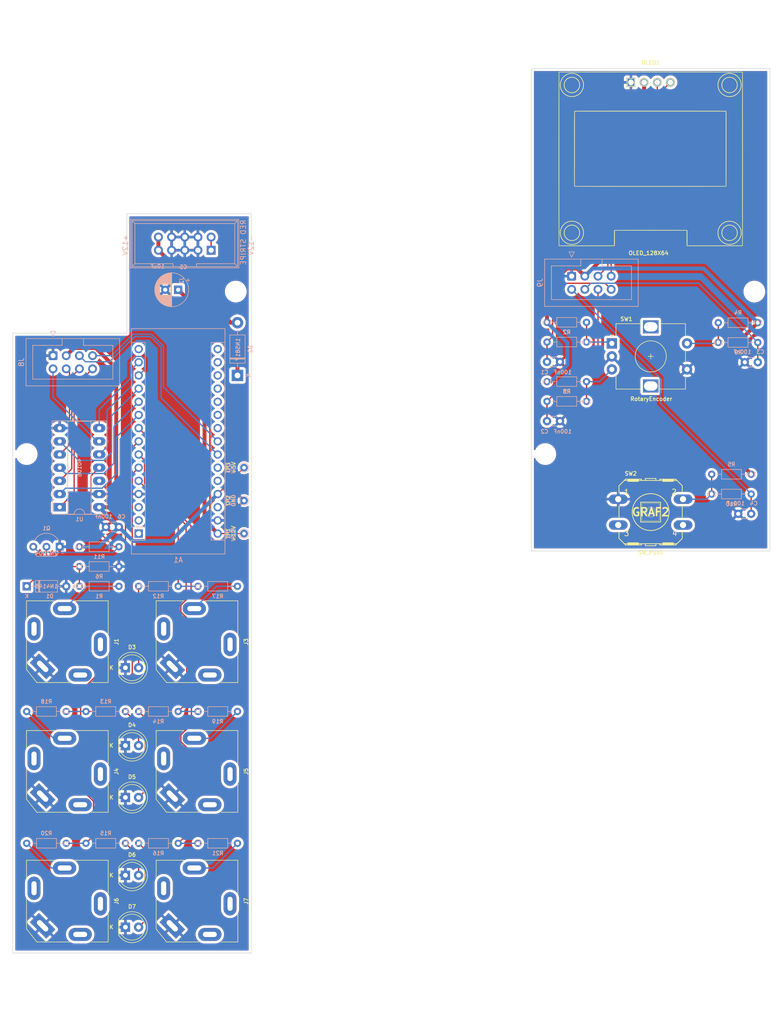
<source format=kicad_pcb>
(kicad_pcb (version 20211014) (generator pcbnew)
  (layers (0 "F.Cu" signal) (31 "B.Cu" signal) (34 "B.Paste" user) (35 "F.Paste" user) (36 "B.SilkS" user "B.Silkscreen") (37 "F.SilkS" user "F.Silkscreen") (38 "B.Mask" user) (39 "F.Mask" user) (44 "Edge.Cuts" user))
  (net 0 "")
  (net 1 "GND")
  (net 2 "+12V")
  (net 4 "/+12_IN")
  (net 7 "/CLOCK_OUT")
  (net 8 "/DIV_2")
  (net 9 "/DIV_4")
  (net 10 "/DIV_8")
  (net 11 "/DIV_N")
  (net 12 "/ENC_A")
  (net 13 "/ENC_B")
  (net 14 "/ENC_PUSH")
  (net 15 "/TACT")
  (net 16 "/CLOCK_IN")
  (net 25 "/SCA")
  (net 26 "/SCL")
  (net 29 "+5V")
  (net 31 "/CLK_IN_J")
  (net 32 "/CLK_OUT_J")
  (net 33 "/DIV_2_J")
  (net 34 "/DIV_4_J")
  (net 35 "/DIV_8_J")
  (net 36 "/DIV_N_J")
  (net 37 "Net-(Q1-Pad3)")
  (net 38 "Net-(R2-Pad2)")
  (net 39 "Net-(R3-Pad2)")
  (net 40 "Net-(R4-Pad2)")
  (net 41 "Net-(R10-Pad1)")
  (net 43 "/CLK_OUT_L")
  (net 44 "/DIV_2_L")
  (net 45 "/DIV_4_L")
  (net 46 "/DIV_8_L")
  (net 47 "/DIV_N_L")
  (net 48 "Net-(D1-Pad1)")
  (net 49 "Net-(J2-Pad1)")
  (net 50 "/ENC_A_JA")
  (net 51 "GND1")
  (net 52 "/ENC_B_JA")
  (net 53 "/ENC_PUSH_JA")
  (net 54 "/TACT_JA")
  (net 55 "/TACT_JB")
  (net 56 "/ENC_PUSH_JB")
  (net 57 "/ENC_B_JB")
  (net 58 "/ENC_A_JB")
  (net 59 "/SCL_JA")
  (net 60 "/SCA_JA")
  (net 61 "+5V_1")
  (footprint "clock:clock_panel_holes" (layer "F.Cu") (at 80 100)
    (fp_text reference "GRAF1" hide)
    (fp_text value "Holes" hide)
  )
  (footprint "ao_tht:Tactile_E-switch_TL1100F160Q" (layer "F.Cu") (at 180 100)
    (fp_text reference "SW2")
    (fp_text value "SW_Push")
  )
  (footprint "ao_tht:Jack_6.35mm_PJ_629HAN_slots" (layer "F.Cu") (at 92.5 175 -90)
    (fp_text reference "J7")
    (fp_text value "AudioJack2")
  )
  (footprint "ao_tht:MountingHole_3.2mm_M3" (layer "F.Cu") (at 200 57.5)
    (fp_text reference "H1" hide)
    (fp_text value "MountingHole")
  )
  (footprint "ao_tht:LED_D5.0mm" (layer "F.Cu") (at 78.725 145)
    (fp_text reference "D4")
    (fp_text value "LED_green")
  )
  (footprint "ao_tht:OLED_MC130GX" (layer "F.Cu") (at 176.2 17.18)
    (fp_text reference "OLED1")
    (fp_text value "OLED_128X64")
  )
  (footprint "ao_tht:LED_D5.0mm" (layer "F.Cu") (at 78.725 170)
    (fp_text reference "D6")
    (fp_text value "LED_green")
  )
  (footprint "ao_tht:LED_D5.0mm" (layer "F.Cu") (at 78.725 130)
    (fp_text reference "D3")
    (fp_text value "LED_green")
  )
  (footprint "ao_tht:Jack_6.35mm_PJ_629HAN_slots" (layer "F.Cu") (at 92.5 125 -90)
    (fp_text reference "J3")
    (fp_text value "AudioJack2")
  )
  (footprint "ao_tht:LED_D5.0mm" (layer "F.Cu") (at 78.725 155)
    (fp_text reference "D5")
    (fp_text value "LED_green")
  )
  (footprint "ao_tht:Jack_6.35mm_PJ_629HAN_slots" (layer "F.Cu") (at 67.5 150 -90)
    (fp_text reference "J4")
    (fp_text value "AudioJack2")
  )
  (footprint "clock:clock_panel_holes" (layer "F.Cu") (at 180 100)
    (fp_text reference "GRAF2")
    (fp_text value "Behind" hide)
  )
  (footprint "ao_tht:RotaryEncoder_Bourns-PEC11R-4xxxF-Sxxxx-Switch_Vertical_H20mm" (layer "F.Cu") (at 172.52 67.49)
    (fp_text reference "SW1")
    (fp_text value "RotaryEncoder")
  )
  (footprint "ao_tht:Jack_6.35mm_PJ_629HAN_slots" (layer "F.Cu") (at 67.5 175 -90)
    (fp_text reference "J6")
    (fp_text value "AudioJack2")
  )
  (footprint "ao_tht:Jack_6.35mm_PJ_629HAN_slots" (layer "F.Cu") (at 67.5 125 -90)
    (fp_text reference "J1")
    (fp_text value "AudioJack2")
  )
  (footprint "ao_tht:LED_D5.0mm" (layer "F.Cu") (at 78.725 180)
    (fp_text reference "D7")
    (fp_text value "LED_green")
  )
  (footprint "ao_tht:Jack_6.35mm_PJ_629HAN_slots" (layer "F.Cu") (at 92.5 150 -90)
    (fp_text reference "J5")
    (fp_text value "AudioJack2")
  )
  (footprint "ao_tht:MountingHole_3.2mm_M3" (layer "F.Cu") (at 159.69 88.82)
    (fp_text reference "H3" hide)
    (fp_text value "MountingHole")
  )
  (footprint "ao_tht:CP_Radial_D6.3mm_P2.50mm" (layer "B.Cu") (at 88.9 57.15 180)
    (fp_text reference "C5")
    (fp_text value "10uF")
  )
  (footprint "ao_tht:C_Disc_D3.0mm_W1.6mm_P2.50mm" (layer "B.Cu") (at 77.47 102.87 180)
    (fp_text reference "C6")
    (fp_text value "100nF")
  )
  (footprint "ao_tht:D_DO-41_SOD81_P10.16mm_Horizontal" (layer "B.Cu") (at 100.33 73.66 90)
    (fp_text reference "D2")
    (fp_text value "1N5817")
  )
  (footprint "ao_tht:Power_Header" (layer "B.Cu") (at 95.25 49.53 90)
    (fp_text reference "J2")
    (fp_text value "Synth_power_2x5")
  )
  (footprint "Module:Arduino_Nano" (layer "B.Cu") (at 81.28 104.14)
    (fp_text reference "A1")
    (fp_text value "Arduino_Nano_v3.x")
  )
  (footprint "Connector_IDC:IDC-Header_2x04_P2.54mm_Vertical" (layer "B.Cu") (at 164.77 54.53 -90)
    (fp_text reference "J9")
    (fp_text value "Conn_02x04_Odd_Even")
  )
  (footprint "ao_tht:C_Disc_D3.0mm_W1.6mm_P2.50mm" (layer "B.Cu") (at 160.02 82.47)
    (fp_text reference "C2")
    (fp_text value "100nF")
  )
  (footprint "ao_tht:R_Axial_DIN0204_L3.6mm_D1.6mm_P7.62mm_Horizontal" (layer "B.Cu") (at 92.71 163.83)
    (fp_text reference "R21")
    (fp_text value "1k")
  )
  (footprint "ao_tht:R_Axial_DIN0204_L3.6mm_D1.6mm_P7.62mm_Horizontal" (layer "B.Cu") (at 67.31 138.43 180)
    (fp_text reference "R18")
    (fp_text value "1k")
  )
  (footprint "Connector_IDC:IDC-Header_2x04_P2.54mm_Vertical" (layer "B.Cu") (at 64.77 69.85 -90)
    (fp_text reference "J8")
    (fp_text value "Conn_02x04_Odd_Even")
  )
  (footprint "ao_tht:DIP-14_W7.62mm_Socket_LongPads" (layer "B.Cu") (at 66.05 99.06)
    (fp_text reference "U1")
    (fp_text value "40106")
  )
  (footprint "ao_tht:R_Axial_DIN0204_L3.6mm_D1.6mm_P7.62mm_Horizontal" (layer "B.Cu") (at 81.28 138.43)
    (fp_text reference "R14")
    (fp_text value "RL")
  )
  (footprint "ao_tht:R_Axial_DIN0204_L3.6mm_D1.6mm_P7.62mm_Horizontal" (layer "B.Cu") (at 191.77 96.52)
    (fp_text reference "R10")
    (fp_text value "10k")
  )
  (footprint "ao_tht:R_Axial_DIN0204_L3.6mm_D1.6mm_P7.62mm_Horizontal" (layer "B.Cu") (at 199.39 92.71 180)
    (fp_text reference "R5")
    (fp_text value "10k")
  )
  (footprint "ao_tht:R_Axial_DIN0204_L3.6mm_D1.6mm_P7.62mm_Horizontal" (layer "B.Cu") (at 92.71 114.3)
    (fp_text reference "R17")
    (fp_text value "1k")
  )
  (footprint "ao_tht:R_Axial_DIN0204_L3.6mm_D1.6mm_P7.62mm_Horizontal" (layer "B.Cu") (at 160.02 63.42)
    (fp_text reference "R2")
    (fp_text value "10k")
  )
  (footprint "ao_tht:R_Axial_DIN0204_L3.6mm_D1.6mm_P7.62mm_Horizontal" (layer "B.Cu") (at 69.85 114.3)
    (fp_text reference "R1")
    (fp_text value "100k")
  )
  (footprint "ao_tht:C_Disc_D3.0mm_W1.6mm_P2.50mm" (layer "B.Cu") (at 200.66 71.12 180)
    (fp_text reference "C3")
    (fp_text value "100nF")
  )
  (footprint "ao_tht:R_Axial_DIN0204_L3.6mm_D1.6mm_P7.62mm_Horizontal" (layer "B.Cu") (at 81.28 114.3)
    (fp_text reference "R12")
    (fp_text value "RL")
  )
  (footprint "ao_tht:R_Axial_DIN0204_L3.6mm_D1.6mm_P7.62mm_Horizontal" (layer "B.Cu") (at 200.66 63.5 180)
    (fp_text reference "R4")
    (fp_text value "10k")
  )
  (footprint "ao_tht:TestPoint_THTPad_D1.5mm_Drill0.7mm" (layer "B.Cu") (at 101.6 97.79 -90)
    (fp_text reference "TP2")
    (fp_text value "GND")
  )
  (footprint "ao_tht:C_Disc_D3.0mm_W1.6mm_P2.50mm" (layer "B.Cu") (at 199.39 100.33 180)
    (fp_text reference "C4")
    (fp_text value "100nF")
  )
  (footprint "ao_tht:TO-92_Inline_Wide" (layer "B.Cu") (at 66.04 106.68 180)
    (fp_text reference "Q1")
    (fp_text value "2N3904")
  )
  (footprint "ao_tht:R_Axial_DIN0204_L3.6mm_D1.6mm_P7.62mm_Horizontal" (layer "B.Cu") (at 160.02 74.85)
    (fp_text reference "R3")
    (fp_text value "10k")
  )
  (footprint "ao_tht:R_Axial_DIN0204_L3.6mm_D1.6mm_P7.62mm_Horizontal" (layer "B.Cu") (at 167.64 67.23 180)
    (fp_text reference "R7")
    (fp_text value "10k")
  )
  (footprint "ao_tht:TestPoint_THTPad_D1.5mm_Drill0.7mm" (layer "B.Cu") (at 101.6 91.44 -90)
    (fp_text reference "TP3")
    (fp_text value "+5V")
  )
  (footprint "ao_tht:TestPoint_THTPad_D1.5mm_Drill0.7mm" (layer "B.Cu") (at 101.6 104.14 -90)
    (fp_text reference "TP1")
    (fp_text value "+12V")
  )
  (footprint "ao_tht:R_Axial_DIN0204_L3.6mm_D1.6mm_P7.62mm_Horizontal" (layer "B.Cu") (at 193.04 67.31)
    (fp_text reference "R9")
    (fp_text value "10k")
  )
  (footprint "ao_tht:R_Axial_DIN0204_L3.6mm_D1.6mm_P7.62mm_Horizontal" (layer "B.Cu") (at 67.31 163.83 180)
    (fp_text reference "R20")
    (fp_text value "1k")
  )
  (footprint "ao_tht:MountingHole_3.2mm_M3" (layer "B.Cu") (at 59.69 88.82)
    (fp_text reference "H4" hide)
    (fp_text value "MountingHole")
  )
  (footprint "ao_tht:R_Axial_DIN0204_L3.6mm_D1.6mm_P7.62mm_Horizontal" (layer "B.Cu") (at 69.85 106.68)
    (fp_text reference "R11")
    (fp_text value "10k")
  )
  (footprint "ao_tht:R_Axial_DIN0204_L3.6mm_D1.6mm_P7.62mm_Horizontal" (layer "B.Cu") (at 81.28 163.83)
    (fp_text reference "R16")
    (fp_text value "RL")
  )
  (footprint "ao_tht:R_Axial_DIN0204_L3.6mm_D1.6mm_P7.62mm_Horizontal" (layer "B.Cu") (at 78.74 163.83 180)
    (fp_text reference "R15")
    (fp_text value "RL")
  )
  (footprint "ao_tht:R_Axial_DIN0204_L3.6mm_D1.6mm_P7.62mm_Horizontal" (layer "B.Cu") (at 69.85 110.49)
    (fp_text reference "R6")
    (fp_text value "1M")
  )
  (footprint "ao_tht:D_DO-35_SOD27_P7.62mm_Horizontal" (layer "B.Cu") (at 59.69 114.3)
    (fp_text reference "D1")
    (fp_text value "1N4148")
  )
  (footprint "ao_tht:MountingHole_3.2mm_M3" (layer "B.Cu") (at 100 57.5)
    (fp_text reference "H2" hide)
    (fp_text value "MountingHole")
  )
  (footprint "ao_tht:C_Disc_D3.0mm_W1.6mm_P2.50mm" (layer "B.Cu") (at 160.02 71.04)
    (fp_text reference "C1")
    (fp_text value "100nF")
  )
  (footprint "ao_tht:R_Axial_DIN0204_L3.6mm_D1.6mm_P7.62mm_Horizontal" (layer "B.Cu") (at 92.71 138.43)
    (fp_text reference "R19")
    (fp_text value "1k")
  )
  (footprint "ao_tht:R_Axial_DIN0204_L3.6mm_D1.6mm_P7.62mm_Horizontal" (layer "B.Cu") (at 78.74 138.43 180)
    (fp_text reference "R13")
    (fp_text value "RL")
  )
  (footprint "ao_tht:R_Axial_DIN0204_L3.6mm_D1.6mm_P7.62mm_Horizontal" (layer "B.Cu") (at 167.64 78.66 180)
    (fp_text reference "R8")
    (fp_text value "10k")
  )
  (gr_line (start 57 185) (end 103 185) (layer "Edge.Cuts") (width 0.1))
  (gr_line (start 79 65.5) (end 57 65.5) (layer "Edge.Cuts") (width 0.1))
  (gr_line (start 103 185) (end 103 42.5) (layer "Edge.Cuts") (width 0.1))
  (gr_rect (start 157 14.5) (end 203 107.5) (layer "Edge.Cuts") (width 0.1) (fill none))
  (gr_line (start 103 42.5) (end 79 42.5) (layer "Edge.Cuts") (width 0.1))
  (gr_line (start 57 65.5) (end 57 185) (layer "Edge.Cuts") (width 0.1))
  (gr_line (start 79 42.5) (end 79 65.5) (layer "Edge.Cuts") (width 0.1))
  (segment (start 93.98 62.23) (end 88.9 57.15) (width 0.75) (layer "F.Cu") (net 2))
  (segment (start 101.6 104.14) (end 96.52 104.14) (width 0.25) (layer "F.Cu") (net 2))
  (segment (start 100.33 73.66) (end 100.33 68.58) (width 0.75) (layer "F.Cu") (net 2))
  (segment (start 100.33 68.58) (end 93.98 62.23) (width 0.75) (layer "F.Cu") (net 2))
  (segment (start 93.98 62.23) (end 93.98 101.6) (width 0.75) (layer "F.Cu") (net 2))
  (segment (start 93.98 101.6) (end 96.52 104.14) (width 0.75) (layer "F.Cu") (net 2))
  (segment (start 99.06 63.5) (end 85.09 49.53) (width 0.75) (layer "F.Cu") (net 4))
  (segment (start 100.33 63.5) (end 99.06 63.5) (width 0.75) (layer "F.Cu") (net 4))
  (segment (start 85.09 49.53) (end 85.09 46.99) (width 0.75) (layer "F.Cu") (net 4))
  (segment (start 88.9 101.6) (end 81.28 93.98) (width 0.25) (layer "F.Cu") (net 7))
  (segment (start 88.9 114.3) (end 88.9 101.6) (width 0.25) (layer "F.Cu") (net 7))
  (segment (start 92.71 114.3) (end 88.9 114.3) (width 0.25) (layer "B.Cu") (net 7))
  (segment (start 80.040489 92.679511) (end 80.040489 131.133533) (width 0.25) (layer "F.Cu") (net 8))
  (segment (start 81.28 91.44) (end 80.040489 92.679511) (width 0.25) (layer "F.Cu") (net 8))
  (segment (start 80.040489 131.133533) (end 72.744022 138.43) (width 0.25) (layer "F.Cu") (net 8))
  (segment (start 72.744022 138.43) (end 71.12 138.43) (width 0.25) (layer "F.Cu") (net 8))
  (segment (start 71.12 138.43) (end 67.31 138.43) (width 0.25) (layer "B.Cu") (net 8))
  (segment (start 90.424 102.488282) (end 82.404511 94.468793) (width 0.25) (layer "F.Cu") (net 9))
  (segment (start 88.526459 119.624574) (end 88.526459 117.340541) (width 0.25) (layer "F.Cu") (net 9))
  (segment (start 90.559394 121.657509) (end 88.526459 119.624574) (width 0.25) (layer "F.Cu") (net 9))
  (segment (start 82.404511 90.024511) (end 81.28 88.9) (width 0.25) (layer "F.Cu") (net 9))
  (segment (start 88.9 138.43) (end 90.559394 136.770606) (width 0.25) (layer "F.Cu") (net 9))
  (segment (start 82.404511 94.468793) (end 82.404511 90.024511) (width 0.25) (layer "F.Cu") (net 9))
  (segment (start 90.424 115.443) (end 90.424 102.488282) (width 0.25) (layer "F.Cu") (net 9))
  (segment (start 90.559394 136.770606) (end 90.559394 121.657509) (width 0.25) (layer "F.Cu") (net 9))
  (segment (start 88.526459 117.340541) (end 90.424 115.443) (width 0.25) (layer "F.Cu") (net 9))
  (segment (start 92.71 138.43) (end 88.9 138.43) (width 0.25) (layer "B.Cu") (net 9))
  (segment (start 81.28 86.36) (end 78.74 88.9) (width 0.25) (layer "F.Cu") (net 10))
  (segment (start 70.095489 153.268782) (end 72.57452 155.747813) (width 0.25) (layer "F.Cu") (net 10))
  (segment (start 78.74 88.9) (end 78.74 125.886707) (width 0.25) (layer "F.Cu") (net 10))
  (segment (start 72.57452 162.37548) (end 71.12 163.83) (width 0.25) (layer "F.Cu") (net 10))
  (segment (start 72.57452 155.747813) (end 72.57452 162.37548) (width 0.25) (layer "F.Cu") (net 10))
  (segment (start 78.74 125.886707) (end 70.095489 134.531218) (width 0.25) (layer "F.Cu") (net 10))
  (segment (start 70.095489 134.531218) (end 70.095489 153.268782) (width 0.25) (layer "F.Cu") (net 10))
  (segment (start 67.31 163.83) (end 71.12 163.83) (width 0.25) (layer "B.Cu") (net 10))
  (segment (start 91.381511 161.348489) (end 88.9 163.83) (width 0.25) (layer "F.Cu") (net 11))
  (segment (start 89.42548 144.252187) (end 91.381511 146.208218) (width 0.25) (layer "F.Cu") (net 11))
  (segment (start 89.42548 119.252187) (end 91.458416 121.285123) (width 0.25) (layer "F.Cu") (net 11))
  (segment (start 91.381511 146.208218) (end 91.381511 161.348489) (width 0.25) (layer "F.Cu") (net 11))
  (segment (start 81.28 83.82) (end 82.854022 85.394022) (width 0.25) (layer "F.Cu") (net 11))
  (segment (start 91.458415 140.914878) (end 89.42548 142.947813) (width 0.25) (layer "F.Cu") (net 11))
  (segment (start 82.854022 85.394022) (end 82.854022 94.157022) (width 0.25) (layer "F.Cu") (net 11))
  (segment (start 89.42548 142.947813) (end 89.42548 144.252187) (width 0.25) (layer "F.Cu") (net 11))
  (segment (start 91.38151 115.991783) (end 89.42548 117.947813) (width 0.25) (layer "F.Cu") (net 11))
  (segment (start 89.42548 117.947813) (end 89.42548 119.252187) (width 0.25) (layer "F.Cu") (net 11))
  (segment (start 91.458416 121.285123) (end 91.458415 140.914878) (width 0.25) (layer "F.Cu") (net 11))
  (segment (start 91.38151 102.68451) (end 91.38151 115.991783) (width 0.25) (layer "F.Cu") (net 11))
  (segment (start 82.854022 94.157022) (end 91.38151 102.68451) (width 0.25) (layer "F.Cu") (net 11))
  (segment (start 92.71 163.83) (end 88.9 163.83) (width 0.25) (layer "B.Cu") (net 11))
  (segment (start 74.244831 95.39548) (end 67.17452 95.39548) (width 0.25) (layer "B.Cu") (net 12))
  (segment (start 81.28 81.28) (end 76.962 85.598) (width 0.25) (layer "B.Cu") (net 12))
  (segment (start 67.17452 95.39548) (end 66.05 96.52) (width 0.25) (layer "B.Cu") (net 12))
  (segment (start 76.962 85.598) (end 76.962 92.678311) (width 0.25) (layer "B.Cu") (net 12))
  (segment (start 76.962 92.678311) (end 74.244831 95.39548) (width 0.25) (layer "B.Cu") (net 12))
  (segment (start 67.17452 92.56452) (end 66.05 91.44) (width 0.25) (layer "B.Cu") (net 13))
  (segment (start 81.28 78.74) (end 76.512489 83.507511) (width 0.25) (layer "B.Cu") (net 13))
  (segment (start 74.535791 92.56452) (end 67.17452 92.56452) (width 0.25) (layer "B.Cu") (net 13))
  (segment (start 76.512489 90.587822) (end 74.535791 92.56452) (width 0.25) (layer "B.Cu") (net 13))
  (segment (start 76.512489 83.507511) (end 76.512489 90.587822) (width 0.25) (layer "B.Cu") (net 13))
  (segment (start 69.71452 90.02452) (end 66.05 86.36) (width 0.25) (layer "B.Cu") (net 14))
  (segment (start 81.28 76.2) (end 76.062978 81.417022) (width 0.25) (layer "B.Cu") (net 14))
  (segment (start 74.535791 90.02452) (end 69.71452 90.02452) (width 0.25) (layer "B.Cu") (net 14))
  (segment (start 76.062978 88.497333) (end 74.535791 90.02452) (width 0.25) (layer "B.Cu") (net 14))
  (segment (start 76.062978 81.417022) (end 76.062978 88.497333) (width 0.25) (layer "B.Cu") (net 14))
  (segment (start 79.705969 74.218031) (end 73.67 80.254) (width 0.25) (layer "B.Cu") (net 15))
  (segment (start 81.28 73.66) (end 82.404511 72.535489) (width 0.25) (layer "B.Cu") (net 15))
  (segment (start 73.67 80.254) (end 73.67 83.82) (width 0.25) (layer "B.Cu") (net 15))
  (segment (start 79.705969 71.103731) (end 79.705969 74.218031) (width 0.25) (layer "B.Cu") (net 15))
  (segment (start 82.404511 72.535489) (end 82.404511 70.593511) (width 0.25) (layer "B.Cu") (net 15))
  (segment (start 80.814211 69.995489) (end 79.705969 71.103731) (width 0.25) (layer "B.Cu") (net 15))
  (segment (start 82.404511 70.593511) (end 81.806489 69.995489) (width 0.25) (layer "B.Cu") (net 15))
  (segment (start 81.806489 69.995489) (end 80.814211 69.995489) (width 0.25) (layer "B.Cu") (net 15))
  (segment (start 75.19452 80.38048) (end 75.19452 87.37548) (width 0.25) (layer "B.Cu") (net 16))
  (segment (start 81.28 71.12) (end 80.155489 72.244511) (width 0.25) (layer "B.Cu") (net 16))
  (segment (start 80.155489 72.244511) (end 80.155489 75.419511) (width 0.25) (layer "B.Cu") (net 16))
  (segment (start 80.155489 75.419511) (end 75.19452 80.38048) (width 0.25) (layer "B.Cu") (net 16))
  (segment (start 75.19452 87.37548) (end 73.67 88.9) (width 0.25) (layer "B.Cu") (net 16))
  (segment (start 86.047511 75.887511) (end 86.04751 68.012806) (width 0.25) (layer "B.Cu") (net 25))
  (segment (start 96.52 86.36) (end 86.047511 75.887511) (width 0.25) (layer "B.Cu") (net 25))
  (segment (start 83.752193 65.717489) (end 80.205511 65.717489) (width 0.25) (layer "B.Cu") (net 25))
  (segment (start 86.04751 68.012806) (end 83.752193 65.717489) (width 0.25) (layer "B.Cu") (net 25))
  (segment (start 80.205511 65.717489) (end 76.073 69.85) (width 0.25) (layer "B.Cu") (net 25))
  (segment (start 76.073 69.85) (end 72.39 69.85) (width 0.25) (layer "B.Cu") (net 25))
  (segment (start 69.85 69.85) (end 71.024511 71.024511) (width 0.25) (layer "B.Cu") (net 26))
  (segment (start 75.660489 71.024511) (end 80.518 66.167) (width 0.25) (layer "B.Cu") (net 26))
  (segment (start 83.566 66.167) (end 85.598 68.199) (width 0.25) (layer "B.Cu") (net 26))
  (segment (start 85.598 68.199) (end 85.598 77.978) (width 0.25) (layer "B.Cu") (net 26))
  (segment (start 80.518 66.167) (end 83.566 66.167) (width 0.25) (layer "B.Cu") (net 26))
  (segment (start 85.598 77.978) (end 96.52 88.9) (width 0.25) (layer "B.Cu") (net 26))
  (segment (start 71.024511 71.024511) (end 75.660489 71.024511) (width 0.25) (layer "B.Cu") (net 26))
  (segment (start 76.962 72.336725) (end 73.000764 68.375489) (width 0.75) (layer "F.Cu") (net 29))
  (segment (start 73.000764 68.375489) (end 68.784511 68.375489) (width 0.75) (layer "F.Cu") (net 29))
  (segment (start 73.67 99.06) (end 75.565 99.06) (width 0.75) (layer "F.Cu") (net 29))
  (segment (start 76.962 97.663) (end 76.962 72.336725) (width 0.75) (layer "F.Cu") (net 29))
  (segment (start 75.565 99.06) (end 76.962 97.663) (width 0.75) (layer "F.Cu") (net 29))
  (segment (start 68.784511 68.375489) (end 67.31 69.85) (width 0.75) (layer "F.Cu") (net 29))
  (segment (start 101.6 91.44) (end 96.52 96.52) (width 0.25) (layer "F.Cu") (net 29))
  (segment (start 80.164511 105.564511) (end 87.475489 105.564511) (width 0.75) (layer "B.Cu") (net 29))
  (segment (start 77.47 102.87) (end 73.66 106.68) (width 0.75) (layer "B.Cu") (net 29))
  (segment (start 73.66 106.68) (end 69.85 106.68) (width 0.75) (layer "B.Cu") (net 29))
  (segment (start 77.47 102.87) (end 77.47 102.86) (width 0.75) (layer "B.Cu") (net 29))
  (segment (start 77.47 102.86) (end 73.67 99.06) (width 0.75) (layer "B.Cu") (net 29))
  (segment (start 87.475489 105.564511) (end 96.52 96.52) (width 0.75) (layer "B.Cu") (net 29))
  (segment (start 77.47 102.87) (end 80.164511 105.564511) (width 0.75) (layer "B.Cu") (net 29))
  (segment (start 71.3 114.3) (end 67 118.6) (width 0.25) (layer "B.Cu") (net 31))
  (segment (start 77.47 114.3) (end 71.3 114.3) (width 0.25) (layer "B.Cu") (net 31))
  (segment (start 100.33 114.3) (end 96.3 114.3) (width 0.25) (layer "B.Cu") (net 32))
  (segment (start 96.3 114.3) (end 92 118.6) (width 0.25) (layer "B.Cu") (net 32))
  (segment (start 64.86 143.6) (end 59.69 138.43) (width 0.25) (layer "B.Cu") (net 33))
  (segment (start 67 143.6) (end 64.86 143.6) (width 0.25) (layer "B.Cu") (net 33))
  (segment (start 95.16 143.6) (end 92 143.6) (width 0.25) (layer "B.Cu") (net 34))
  (segment (start 100.33 138.43) (end 95.16 143.6) (width 0.25) (layer "B.Cu") (net 34))
  (segment (start 64.46 168.6) (end 59.69 163.83) (width 0.25) (layer "B.Cu") (net 35))
  (segment (start 67 168.6) (end 64.46 168.6) (width 0.25) (layer "B.Cu") (net 35))
  (segment (start 92 168.6) (end 95.56 168.6) (width 0.25) (layer "B.Cu") (net 36))
  (segment (start 95.56 168.6) (end 100.33 163.83) (width 0.25) (layer "B.Cu") (net 36))
  (segment (start 77.47 106.68) (end 76.480051 106.68) (width 0.25) (layer "F.Cu") (net 37))
  (segment (start 76.480051 106.68) (end 72.09548 102.295429) (width 0.25) (layer "F.Cu") (net 37))
  (segment (start 72.09548 102.295429) (end 72.09548 93.01452) (width 0.25) (layer "F.Cu") (net 37))
  (segment (start 72.09548 93.01452) (end 73.67 91.44) (width 0.25) (layer "F.Cu") (net 37))
  (segment (start 62.034511 107.754511) (end 60.96 106.68) (width 0.25) (layer "B.Cu") (net 37))
  (segment (start 77.47 106.68) (end 76.395489 107.754511) (width 0.25) (layer "B.Cu") (net 37))
  (segment (start 76.395489 107.754511) (end 62.034511 107.754511) (width 0.25) (layer "B.Cu") (net 37))
  (segment (start 167.64 63.42) (end 167.64 67.23) (width 0.25) (layer "F.Cu") (net 38))
  (segment (start 167.64 67.23) (end 172.26 67.23) (width 0.25) (layer "B.Cu") (net 38))
  (segment (start 172.26 67.23) (end 172.52 67.49) (width 0.25) (layer "B.Cu") (net 38))
  (segment (start 167.64 74.85) (end 167.64 78.66) (width 0.25) (layer "F.Cu") (net 39))
  (segment (start 167.64 74.85) (end 170.16 74.85) (width 0.25) (layer "B.Cu") (net 39))
  (segment (start 170.16 74.85) (end 172.52 72.49) (width 0.25) (layer "B.Cu") (net 39))
  (segment (start 193.04 63.5) (end 193.04 67.31) (width 0.25) (layer "F.Cu") (net 40))
  (segment (start 192.86 67.49) (end 193.04 67.31) (width 0.25) (layer "B.Cu") (net 40))
  (segment (start 187.02 67.49) (end 192.86 67.49) (width 0.25) (layer "B.Cu") (net 40))
  (segment (start 191.77 92.71) (end 191.77 96.52) (width 0.25) (layer "F.Cu") (net 41))
  (segment (start 190.7792 97.5108) (end 191.77 96.52) (width 0.25) (layer "B.Cu") (net 41))
  (segment (start 186.2484 97.5108) (end 190.7792 97.5108) (width 0.25) (layer "B.Cu") (net 41))
  (segment (start 81.265 114.315) (end 81.28 114.3) (width 0.25) (layer "F.Cu") (net 43))
  (segment (start 81.265 130) (end 81.265 114.315) (width 0.25) (layer "F.Cu") (net 43))
  (segment (start 81.265 140.955) (end 78.74 138.43) (width 0.25) (layer "F.Cu") (net 44))
  (segment (start 81.265 145) (end 81.265 140.955) (width 0.25) (layer "F.Cu") (net 44))
  (segment (start 81.265 155) (end 82.489511 153.775489) (width 0.25) (layer "F.Cu") (net 45))
  (segment (start 82.489511 153.775489) (end 82.489511 139.639511) (width 0.25) (layer "F.Cu") (net 45))
  (segment (start 82.489511 139.639511) (end 81.28 138.43) (width 0.25) (layer "F.Cu") (net 45))
  (segment (start 81.265 166.355) (end 78.74 163.83) (width 0.25) (layer "F.Cu") (net 46))
  (segment (start 81.265 170) (end 81.265 166.355) (width 0.25) (layer "F.Cu") (net 46))
  (segment (start 82.489511 165.039511) (end 81.28 163.83) (width 0.25) (layer "F.Cu") (net 47))
  (segment (start 81.265 180) (end 82.489511 178.775489) (width 0.25) (layer "F.Cu") (net 47))
  (segment (start 82.489511 178.775489) (end 82.489511 165.039511) (width 0.25) (layer "F.Cu") (net 47))
  (segment (start 69.85 114.3) (end 69.85 110.49) (width 0.25) (layer "F.Cu") (net 48))
  (segment (start 69.85 110.49) (end 63.5 110.49) (width 0.25) (layer "F.Cu") (net 48))
  (segment (start 63.5 110.49) (end 63.5 106.68) (width 0.25) (layer "F.Cu") (net 48))
  (segment (start 63.5 110.49) (end 59.69 114.3) (width 0.25) (layer "F.Cu") (net 48))
  (segment (start 95.25 49.53) (end 95.25 46.99) (width 0.25) (layer "F.Cu") (net 49))
  (segment (start 161.094511 66.155489) (end 160.02 67.23) (width 0.25) (layer "F.Cu") (net 50))
  (segment (start 160.02 67.23) (end 160.02 71.04) (width 0.25) (layer "F.Cu") (net 50))
  (segment (start 161.094511 57.405489) (end 161.094511 66.155489) (width 0.25) (layer "F.Cu") (net 50))
  (segment (start 172.39 57.07) (end 171.215489 55.895489) (width 0.25) (layer "F.Cu") (net 50))
  (segment (start 162.604511 55.895489) (end 161.094511 57.405489) (width 0.25) (layer "F.Cu") (net 50))
  (segment (start 171.215489 55.895489) (end 162.604511 55.895489) (width 0.25) (layer "F.Cu") (net 50))
  (segment (start 169.85 68.83) (end 160.02 78.66) (width 0.25) (layer "F.Cu") (net 52))
  (segment (start 169.85 57.07) (end 169.85 68.83) (width 0.25) (layer "F.Cu") (net 52))
  (segment (start 160.02 78.66) (end 160.02 82.47) (width 0.25) (layer "F.Cu") (net 52))
  (segment (start 200.66 67.31) (end 200.66 71.12) (width 0.25) (layer "F.Cu") (net 53))
  (segment (start 167.31 57.07) (end 168.484511 55.895489) (width 0.25) (layer "B.Cu") (net 53))
  (segment (start 189.245489 55.895489) (end 200.66 67.31) (width 0.25) (layer "B.Cu") (net 53))
  (segment (start 168.484511 55.895489) (end 189.245489 55.895489) (width 0.25) (layer "B.Cu") (net 53))
  (segment (start 199.39 96.52) (end 199.39 100.33) (width 0.25) (layer "F.Cu") (net 54))
  (segment (start 181.844511 78.974511) (end 199.39 96.52) (width 0.25) (layer "B.Cu") (net 54))
  (segment (start 164.77 57.07) (end 181.844511 74.144511) (width 0.25) (layer "B.Cu") (net 54))
  (segment (start 181.844511 74.144511) (end 181.844511 78.974511) (width 0.25) (layer "B.Cu") (net 54))
  (segment (start 64.77 77.86) (end 64.77 72.39) (width 0.25) (layer "B.Cu") (net 55))
  (segment (start 73.27 86.36) (end 64.77 77.86) (width 0.25) (layer "B.Cu") (net 55))
  (segment (start 73.67 86.36) (end 73.27 86.36) (width 0.25) (layer "B.Cu") (net 55))
  (segment (start 67.31 72.39) (end 67.934978 73.014978) (width 0.25) (layer "F.Cu") (net 56))
  (segment (start 67.934978 87.015022) (end 66.05 88.9) (width 0.25) (layer "F.Cu") (net 56))
  (segment (start 67.934978 73.014978) (end 67.934978 87.015022) (width 0.25) (layer "F.Cu") (net 56))
  (segment (start 68.384489 73.855511) (end 68.384489 91.645511) (width 0.25) (layer "F.Cu") (net 57))
  (segment (start 69.85 72.39) (end 68.384489 73.855511) (width 0.25) (layer "F.Cu") (net 57))
  (segment (start 68.384489 91.645511) (end 66.05 93.98) (width 0.25) (layer "F.Cu") (net 57))
  (segment (start 68.834 96.276) (end 66.05 99.06) (width 0.25) (layer "F.Cu") (net 58))
  (segment (start 72.39 72.39) (end 68.834 75.946) (width 0.25) (layer "F.Cu") (net 58))
  (segment (start 68.834 75.946) (end 68.834 96.276) (width 0.25) (layer "F.Cu") (net 58))
  (segment (start 171.749511 52.630489) (end 171.749511 28.614785) (width 0.25) (layer "F.Cu") (net 59))
  (segment (start 171.749511 28.614785) (end 181.28 19.084296) (width 0.25) (layer "F.Cu") (net 59))
  (segment (start 181.28 19.084296) (end 181.28 17.18) (width 0.25) (layer "F.Cu") (net 59))
  (segment (start 169.85 54.53) (end 171.749511 52.630489) (width 0.25) (layer "F.Cu") (net 59))
  (segment (start 172.39 54.53) (end 172.39 28.61) (width 0.25) (layer "F.Cu") (net 60))
  (segment (start 172.39 28.61) (end 183.82 17.18) (width 0.25) (layer "F.Cu") (net 60))
  (segment (start 160.02 63.42) (end 160.02 56.843242) (width 0.75) (layer "F.Cu") (net 61))
  (segment (start 196.5 89.82) (end 199.39 92.71) (width 0.75) (layer "F.Cu") (net 61))
  (segment (start 196.5 67.66) (end 196.5 89.82) (width 0.75) (layer "F.Cu") (net 61))
  (segment (start 160.02 56.843242) (end 163.807762 53.05548) (width 0.75) (layer "F.Cu") (net 61))
  (segment (start 163.807762 53.05548) (end 165.83548 53.05548) (width 0.75) (layer "F.Cu") (net 61))
  (segment (start 171 50.84) (end 171 28.304328) (width 0.75) (layer "F.Cu") (net 61))
  (segment (start 167.31 54.53) (end 171 50.84) (width 0.75) (layer "F.Cu") (net 61))
  (segment (start 200.66 63.5) (end 196.5 67.66) (width 0.75) (layer "F.Cu") (net 61))
  (segment (start 171 28.304328) (end 178.74 20.564328) (width 0.75) (layer "F.Cu") (net 61))
  (segment (start 178.74 20.564328) (end 178.74 17.18) (width 0.75) (layer "F.Cu") (net 61))
  (segment (start 165.83548 53.05548) (end 167.31 54.53) (width 0.75) (layer "F.Cu") (net 61))
  (segment (start 163.944511 71.630053) (end 160.724564 74.85) (width 0.75) (layer "B.Cu") (net 61))
  (segment (start 167.31 54.53) (end 168.784511 53.055489) (width 0.75) (layer "B.Cu") (net 61))
  (segment (start 160.724564 74.85) (end 160.02 74.85) (width 0.75) (layer "B.Cu") (net 61))
  (segment (start 163.944511 67.344511) (end 163.944511 71.630053) (width 0.75) (layer "B.Cu") (net 61))
  (segment (start 160.02 63.42) (end 163.944511 67.344511) (width 0.75) (layer "B.Cu") (net 61))
  (segment (start 168.784511 53.055489) (end 190.215489 53.055489) (width 0.75) (layer "B.Cu") (net 61))
  (segment (start 190.215489 53.055489) (end 200.66 63.5) (width 0.75) (layer "B.Cu") (net 61))
  (zone (net 51) (net_name "GND1") (layers F&B.Cu) (connect_pads (clearance 0.508)) (min_thickness 0.254) (fill yes (thermal_gap 0.508) (thermal_bridge_width 0.508))
    (polygon (pts (xy 203 107.5) (xy 157 107.5) (xy 157 14.5) (xy 203 14.5)))
  )
  (zone (net 1) (net_name "GND") (layers F&B.Cu) (connect_pads (clearance 0.508)) (min_thickness 0.254) (fill yes (thermal_gap 0.508) (thermal_bridge_width 0.508))
    (polygon (pts (xy 103 185) (xy 57 185) (xy 57 65.5) (xy 79 65.5) (xy 79 42.5) (xy 103 42.5)))
  )
)
</source>
